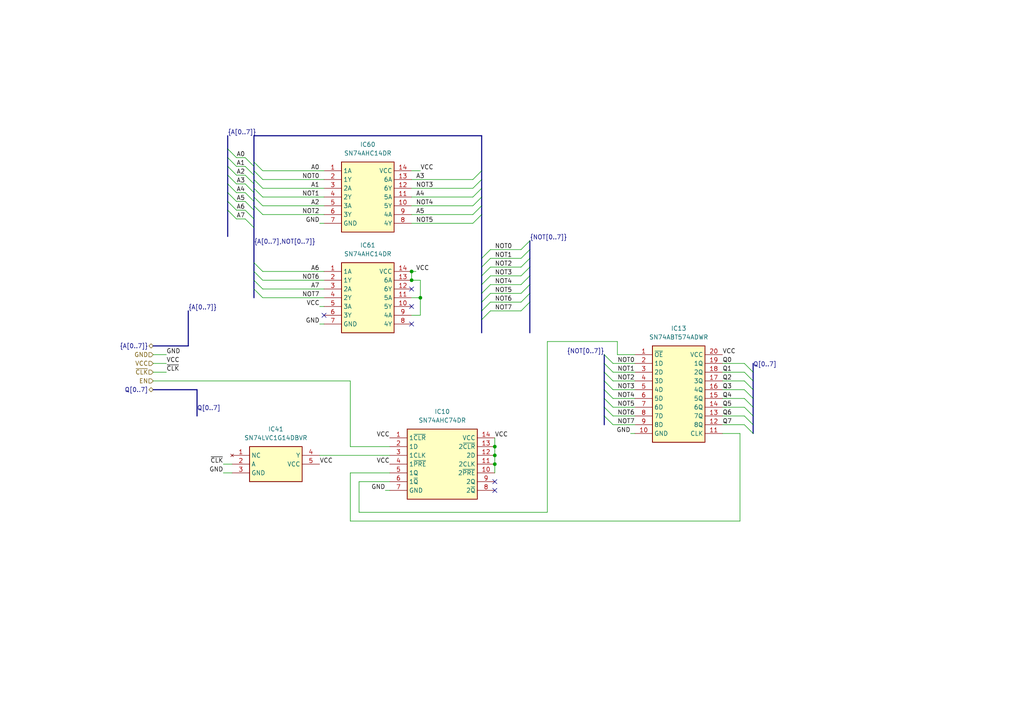
<source format=kicad_sch>
(kicad_sch (version 20250114) (generator "eeschema") (generator_version "9.0")
  (paper "A4")
  (lib_symbols
    (symbol "Samacsys:SN74ABT574ADWR"
      (property "Reference" "IC" (at 21.59 7.62 0))
      (property "Value" "SN74ABT574ADWR" (at 21.59 5.08 0))
      (symbol "SN74ABT574ADWR_1_1"
        (rectangle (start 5.08 2.54) (end 20.32 -25.4) (stroke (width 0.254)) (fill (type background)))
        (pin passive line (at 0 0 0) (length 5.08) (name "~{OE}") (number "1"))
        (pin passive line (at 0 -2.54 0) (length 5.08) (name "1D") (number "2"))
        (pin passive line (at 0 -5.08 0) (length 5.08) (name "2D") (number "3"))
        (pin passive line (at 0 -7.62 0) (length 5.08) (name "3D") (number "4"))
        (pin passive line (at 0 -10.16 0) (length 5.08) (name "4D") (number "5"))
        (pin passive line (at 0 -12.7 0) (length 5.08) (name "5D") (number "6"))
        (pin passive line (at 0 -15.24 0) (length 5.08) (name "6D") (number "7"))
        (pin passive line (at 0 -17.78 0) (length 5.08) (name "7D") (number "8"))
        (pin passive line (at 0 -20.32 0) (length 5.08) (name "8D") (number "9"))
        (pin passive line (at 0 -22.86 0) (length 5.08) (name "GND") (number "10"))
        (pin passive line (at 25.4 0 180) (length 5.08) (name "VCC") (number "20"))
        (pin passive line (at 25.4 -2.54 180) (length 5.08) (name "1Q") (number "19"))
        (pin passive line (at 25.4 -5.08 180) (length 5.08) (name "2Q") (number "18"))
        (pin passive line (at 25.4 -7.62 180) (length 5.08) (name "3Q") (number "17"))
        (pin passive line (at 25.4 -10.16 180) (length 5.08) (name "4Q") (number "16"))
        (pin passive line (at 25.4 -12.7 180) (length 5.08) (name "5Q") (number "15"))
        (pin passive line (at 25.4 -15.24 180) (length 5.08) (name "6Q") (number "14"))
        (pin passive line (at 25.4 -17.78 180) (length 5.08) (name "7Q") (number "13"))
        (pin passive line (at 25.4 -20.32 180) (length 5.08) (name "8Q") (number "12"))
        (pin passive line (at 25.4 -22.86 180) (length 5.08) (name "CLK") (number "11"))
      )
    )
    (symbol "Samacsys:SN74AHC14DR"
      (property "Reference" "IC" (at 21.59 7.62 0))
      (property "Value" "SN74AHC14DR" (at 21.59 5.08 0))
      (symbol "SN74AHC14DR_1_1"
        (rectangle (start 5.08 2.54) (end 20.32 -17.78) (stroke (width 0.254)) (fill (type background)))
        (pin passive line (at 0 0 0) (length 5.08) (name "1A") (number "1"))
        (pin passive line (at 0 -2.54 0) (length 5.08) (name "1Y") (number "2"))
        (pin passive line (at 0 -5.08 0) (length 5.08) (name "2A") (number "3"))
        (pin passive line (at 0 -7.62 0) (length 5.08) (name "2Y") (number "4"))
        (pin passive line (at 0 -10.16 0) (length 5.08) (name "3A") (number "5"))
        (pin passive line (at 0 -12.7 0) (length 5.08) (name "3Y") (number "6"))
        (pin passive line (at 0 -15.24 0) (length 5.08) (name "GND") (number "7"))
        (pin passive line (at 25.4 0 180) (length 5.08) (name "VCC") (number "14"))
        (pin passive line (at 25.4 -2.54 180) (length 5.08) (name "6A") (number "13"))
        (pin passive line (at 25.4 -5.08 180) (length 5.08) (name "6Y") (number "12"))
        (pin passive line (at 25.4 -7.62 180) (length 5.08) (name "5A") (number "11"))
        (pin passive line (at 25.4 -10.16 180) (length 5.08) (name "5Y") (number "10"))
        (pin passive line (at 25.4 -12.7 180) (length 5.08) (name "4A") (number "9"))
        (pin passive line (at 25.4 -15.24 180) (length 5.08) (name "4Y") (number "8"))
      )
    )
    (symbol "Samacsys:SN74AHC74DR"
      (property "Reference" "IC" (at 26.67 7.62 0))
      (property "Value" "SN74AHC74DR" (at 26.67 5.08 0))
      (symbol "SN74AHC74DR_1_1"
        (rectangle (start 5.08 2.54) (end 25.4 -17.78) (stroke (width 0.254)) (fill (type background)))
        (pin passive line (at 0 0 0) (length 5.08) (name "1~{CLR}") (number "1"))
        (pin passive line (at 0 -2.54 0) (length 5.08) (name "1D") (number "2"))
        (pin passive line (at 0 -5.08 0) (length 5.08) (name "1CLK") (number "3"))
        (pin passive line (at 0 -7.62 0) (length 5.08) (name "1~{PRE}") (number "4"))
        (pin passive line (at 0 -10.16 0) (length 5.08) (name "1Q") (number "5"))
        (pin passive line (at 0 -12.7 0) (length 5.08) (name "1~{Q}") (number "6"))
        (pin passive line (at 0 -15.24 0) (length 5.08) (name "GND") (number "7"))
        (pin passive line (at 30.48 0 180) (length 5.08) (name "VCC") (number "14"))
        (pin passive line (at 30.48 -2.54 180) (length 5.08) (name "2~{CLR}") (number "13"))
        (pin passive line (at 30.48 -5.08 180) (length 5.08) (name "2D") (number "12"))
        (pin passive line (at 30.48 -7.62 180) (length 5.08) (name "2CLK") (number "11"))
        (pin passive line (at 30.48 -10.16 180) (length 5.08) (name "2~{PRE}") (number "10"))
        (pin passive line (at 30.48 -12.7 180) (length 5.08) (name "2Q") (number "9"))
        (pin passive line (at 30.48 -15.24 180) (length 5.08) (name "2~{Q}") (number "8"))
      )
    )
    (symbol "Samacsys:SN74LVC1G14DBVR"
      (property "Reference" "IC" (at 21.59 7.62 0))
      (property "Value" "SN74LVC1G14DBVR" (at 21.59 5.08 0))
      (symbol "SN74LVC1G14DBVR_1_1"
        (rectangle (start 5.08 2.54) (end 20.32 -7.62) (stroke (width 0.254)) (fill (type background)))
        (pin no_connect line (at 0 0 0) (length 5.08) (name "NC") (number "1"))
        (pin passive line (at 0 -2.54 0) (length 5.08) (name "A") (number "2"))
        (pin passive line (at 0 -5.08 0) (length 5.08) (name "GND") (number "3"))
        (pin passive line (at 25.4 0 180) (length 5.08) (name "Y") (number "4"))
        (pin passive line (at 25.4 -2.54 180) (length 5.08) (name "VCC") (number "5"))
      )
    )
  )
  (junction (at 121.92 86.36))
  (junction (at 119.38 78.74))
  (junction (at 119.38 81.28))
  (junction (at 143.51 134.62))
  (junction (at 143.51 129.54))
  (junction (at 143.51 132.08))
  (no_connect (at 93.98 91.44))
  (no_connect (at 119.38 93.98))
  (no_connect (at 119.38 83.82))
  (no_connect (at 143.51 139.7))
  (no_connect (at 119.38 88.9))
  (no_connect (at 143.51 142.24))
  (bus_entry (at 175.26 118.11) (size 2.54 2.54))
  (bus_entry (at 66.04 45.72) (size 2.54 2.54))
  (bus_entry (at 139.7 57.15) (size -2.54 2.54))
  (bus_entry (at 71.12 45.72) (size 2.54 2.54))
  (bus_entry (at 175.26 113.03) (size 2.54 2.54))
  (bus_entry (at 151.13 85.09) (size 2.54 -2.54))
  (bus_entry (at 66.04 53.34) (size 2.54 2.54))
  (bus_entry (at 177.8 110.49) (size -2.54 -2.54))
  (bus_entry (at 66.04 58.42) (size 2.54 2.54))
  (bus_entry (at 139.7 82.55) (size 2.54 -2.54))
  (bus_entry (at 139.7 49.53) (size -2.54 2.54))
  (bus_entry (at 177.8 113.03) (size -2.54 -2.54))
  (bus_entry (at 66.04 60.96) (size 2.54 2.54))
  (bus_entry (at 215.9 120.65) (size 2.54 2.54))
  (bus_entry (at 215.9 123.19) (size 2.54 2.54))
  (bus_entry (at 73.66 54.61) (size 2.54 2.54))
  (bus_entry (at 73.66 46.99) (size 2.54 2.54))
  (bus_entry (at 73.66 52.07) (size 2.54 2.54))
  (bus_entry (at 151.13 74.93) (size 2.54 -2.54))
  (bus_entry (at 151.13 77.47) (size 2.54 -2.54))
  (bus_entry (at 151.13 72.39) (size 2.54 -2.54))
  (bus_entry (at 71.12 53.34) (size 2.54 2.54))
  (bus_entry (at 215.9 115.57) (size 2.54 2.54))
  (bus_entry (at 139.7 90.17) (size 2.54 -2.54))
  (bus_entry (at 66.04 43.18) (size 2.54 2.54))
  (bus_entry (at 73.66 76.2) (size 2.54 2.54))
  (bus_entry (at 175.26 120.65) (size 2.54 2.54))
  (bus_entry (at 71.12 50.8) (size 2.54 2.54))
  (bus_entry (at 71.12 63.5) (size 2.54 2.54))
  (bus_entry (at 177.8 107.95) (size -2.54 -2.54))
  (bus_entry (at 151.13 87.63) (size 2.54 -2.54))
  (bus_entry (at 151.13 80.01) (size 2.54 -2.54))
  (bus_entry (at 73.66 59.69) (size 2.54 2.54))
  (bus_entry (at 151.13 82.55) (size 2.54 -2.54))
  (bus_entry (at 218.44 113.03) (size -2.54 -2.54))
  (bus_entry (at 73.66 78.74) (size 2.54 2.54))
  (bus_entry (at 73.66 81.28) (size 2.54 2.54))
  (bus_entry (at 66.04 50.8) (size 2.54 2.54))
  (bus_entry (at 218.44 107.95) (size -2.54 -2.54))
  (bus_entry (at 71.12 55.88) (size 2.54 2.54))
  (bus_entry (at 139.7 87.63) (size 2.54 -2.54))
  (bus_entry (at 139.7 54.61) (size -2.54 2.54))
  (bus_entry (at 175.26 115.57) (size 2.54 2.54))
  (bus_entry (at 73.66 57.15) (size 2.54 2.54))
  (bus_entry (at 66.04 55.88) (size 2.54 2.54))
  (bus_entry (at 139.7 62.23) (size -2.54 2.54))
  (bus_entry (at 151.13 90.17) (size 2.54 -2.54))
  (bus_entry (at 139.7 74.93) (size 2.54 -2.54))
  (bus_entry (at 215.9 118.11) (size 2.54 2.54))
  (bus_entry (at 71.12 48.26) (size 2.54 2.54))
  (bus_entry (at 73.66 83.82) (size 2.54 2.54))
  (bus_entry (at 139.7 59.69) (size -2.54 2.54))
  (bus_entry (at 139.7 92.71) (size 2.54 -2.54))
  (bus_entry (at 139.7 85.09) (size 2.54 -2.54))
  (bus_entry (at 218.44 115.57) (size -2.54 -2.54))
  (bus_entry (at 218.44 110.49) (size -2.54 -2.54))
  (bus_entry (at 71.12 58.42) (size 2.54 2.54))
  (bus_entry (at 71.12 60.96) (size 2.54 2.54))
  (bus_entry (at 177.8 105.41) (size -2.54 -2.54))
  (bus_entry (at 73.66 49.53) (size 2.54 2.54))
  (bus_entry (at 66.04 48.26) (size 2.54 2.54))
  (bus_entry (at 139.7 80.01) (size 2.54 -2.54))
  (bus_entry (at 139.7 52.07) (size -2.54 2.54))
  (bus_entry (at 139.7 77.47) (size 2.54 -2.54))
  (bus (pts (xy 139.7 39.37) (xy 73.66 39.37)))
  (wire (pts (xy 184.15 107.95) (xy 177.8 107.95)))
  (wire (pts (xy 121.92 81.28) (xy 119.38 81.28)))
  (wire (pts (xy 119.38 52.07) (xy 137.16 52.07)))
  (bus (pts (xy 73.66 83.82) (xy 73.66 86.36)))
  (wire (pts (xy 143.51 132.08) (xy 143.51 134.62)))
  (wire (pts (xy 182.88 125.73) (xy 184.15 125.73)))
  (bus (pts (xy 73.66 52.07) (xy 73.66 53.34)))
  (wire (pts (xy 184.15 118.11) (xy 177.8 118.11)))
  (wire (pts (xy 209.55 120.65) (xy 215.9 120.65)))
  (wire (pts (xy 92.71 88.9) (xy 93.98 88.9)))
  (wire (pts (xy 111.76 142.24) (xy 113.03 142.24)))
  (wire (pts (xy 142.24 87.63) (xy 151.13 87.63)))
  (bus (pts (xy 175.26 110.49) (xy 175.26 113.03)))
  (bus (pts (xy 218.44 113.03) (xy 218.44 115.57)))
  (wire (pts (xy 119.38 57.15) (xy 137.16 57.15)))
  (bus (pts (xy 175.26 120.65) (xy 175.26 123.19)))
  (bus (pts (xy 175.26 107.95) (xy 175.26 110.49)))
  (wire (pts (xy 68.58 63.5) (xy 71.12 63.5)))
  (bus (pts (xy 66.04 60.96) (xy 66.04 68.58)))
  (bus (pts (xy 139.7 62.23) (xy 139.7 74.93)))
  (bus (pts (xy 139.7 90.17) (xy 139.7 92.71)))
  (wire (pts (xy 119.38 78.74) (xy 119.38 81.28)))
  (bus (pts (xy 66.04 53.34) (xy 66.04 55.88)))
  (bus (pts (xy 73.66 63.5) (xy 73.66 66.04)))
  (wire (pts (xy 76.2 59.69) (xy 93.98 59.69)))
  (bus (pts (xy 73.66 60.96) (xy 73.66 63.5)))
  (bus (pts (xy 175.26 118.11) (xy 175.26 120.65)))
  (bus (pts (xy 139.7 49.53) (xy 139.7 52.07)))
  (wire (pts (xy 214.63 125.73) (xy 209.55 125.73)))
  (wire (pts (xy 121.92 86.36) (xy 121.92 81.28)))
  (wire (pts (xy 68.58 53.34) (xy 71.12 53.34)))
  (bus (pts (xy 73.66 76.2) (xy 73.66 78.74)))
  (bus (pts (xy 139.7 57.15) (xy 139.7 59.69)))
  (wire (pts (xy 209.55 118.11) (xy 215.9 118.11)))
  (wire (pts (xy 76.2 81.28) (xy 93.98 81.28)))
  (bus (pts (xy 218.44 118.11) (xy 218.44 120.65)))
  (bus (pts (xy 73.66 53.34) (xy 73.66 54.61)))
  (bus (pts (xy 54.61 100.33) (xy 54.61 90.17)))
  (bus (pts (xy 153.67 77.47) (xy 153.67 80.01)))
  (wire (pts (xy 142.24 82.55) (xy 151.13 82.55)))
  (wire (pts (xy 76.2 62.23) (xy 93.98 62.23)))
  (wire (pts (xy 214.63 151.13) (xy 214.63 125.73)))
  (wire (pts (xy 48.26 105.41) (xy 44.45 105.41)))
  (bus (pts (xy 73.66 55.88) (xy 73.66 57.15)))
  (bus (pts (xy 44.45 113.03) (xy 57.15 113.03)))
  (wire (pts (xy 64.77 137.16) (xy 67.31 137.16)))
  (bus (pts (xy 73.66 81.28) (xy 73.66 83.82)))
  (wire (pts (xy 209.55 110.49) (xy 215.9 110.49)))
  (bus (pts (xy 44.45 100.33) (xy 54.61 100.33)))
  (wire (pts (xy 64.77 134.62) (xy 67.31 134.62)))
  (wire (pts (xy 142.24 85.09) (xy 151.13 85.09)))
  (bus (pts (xy 73.66 50.8) (xy 73.66 52.07)))
  (wire (pts (xy 184.15 105.41) (xy 177.8 105.41)))
  (wire (pts (xy 76.2 49.53) (xy 93.98 49.53)))
  (wire (pts (xy 179.07 99.06) (xy 179.07 102.87)))
  (wire (pts (xy 120.65 78.74) (xy 119.38 78.74)))
  (wire (pts (xy 184.15 115.57) (xy 177.8 115.57)))
  (wire (pts (xy 68.58 60.96) (xy 71.12 60.96)))
  (bus (pts (xy 218.44 110.49) (xy 218.44 113.03)))
  (wire (pts (xy 119.38 54.61) (xy 137.16 54.61)))
  (wire (pts (xy 143.51 134.62) (xy 143.51 137.16)))
  (bus (pts (xy 139.7 80.01) (xy 139.7 82.55)))
  (wire (pts (xy 142.24 90.17) (xy 151.13 90.17)))
  (bus (pts (xy 73.66 66.04) (xy 73.66 76.2)))
  (bus (pts (xy 139.7 52.07) (xy 139.7 54.61)))
  (wire (pts (xy 68.58 45.72) (xy 71.12 45.72)))
  (bus (pts (xy 175.26 102.87) (xy 175.26 105.41)))
  (bus (pts (xy 153.67 72.39) (xy 153.67 74.93)))
  (bus (pts (xy 218.44 105.41) (xy 218.44 107.95)))
  (bus (pts (xy 139.7 54.61) (xy 139.7 57.15)))
  (bus (pts (xy 139.7 39.37) (xy 139.7 49.53)))
  (wire (pts (xy 142.24 77.47) (xy 151.13 77.47)))
  (bus (pts (xy 139.7 85.09) (xy 139.7 87.63)))
  (wire (pts (xy 101.6 110.49) (xy 101.6 129.54)))
  (bus (pts (xy 153.67 87.63) (xy 153.67 96.52)))
  (bus (pts (xy 66.04 39.37) (xy 66.04 43.18)))
  (bus (pts (xy 66.04 58.42) (xy 66.04 60.96)))
  (wire (pts (xy 101.6 129.54) (xy 113.03 129.54)))
  (bus (pts (xy 153.67 74.93) (xy 153.67 77.47)))
  (wire (pts (xy 76.2 57.15) (xy 93.98 57.15)))
  (wire (pts (xy 119.38 62.23) (xy 137.16 62.23)))
  (wire (pts (xy 119.38 86.36) (xy 121.92 86.36)))
  (bus (pts (xy 153.67 82.55) (xy 153.67 85.09)))
  (bus (pts (xy 139.7 92.71) (xy 139.7 96.52)))
  (wire (pts (xy 158.75 99.06) (xy 179.07 99.06)))
  (wire (pts (xy 119.38 49.53) (xy 121.92 49.53)))
  (wire (pts (xy 101.6 110.49) (xy 44.45 110.49)))
  (bus (pts (xy 73.66 78.74) (xy 73.66 81.28)))
  (wire (pts (xy 119.38 64.77) (xy 137.16 64.77)))
  (wire (pts (xy 68.58 58.42) (xy 71.12 58.42)))
  (bus (pts (xy 139.7 82.55) (xy 139.7 85.09)))
  (wire (pts (xy 184.15 120.65) (xy 177.8 120.65)))
  (wire (pts (xy 48.26 107.95) (xy 44.45 107.95)))
  (wire (pts (xy 44.45 102.87) (xy 48.26 102.87)))
  (bus (pts (xy 66.04 55.88) (xy 66.04 58.42)))
  (wire (pts (xy 92.71 93.98) (xy 93.98 93.98)))
  (wire (pts (xy 92.71 132.08) (xy 113.03 132.08)))
  (wire (pts (xy 76.2 52.07) (xy 93.98 52.07)))
  (wire (pts (xy 209.55 123.19) (xy 215.9 123.19)))
  (bus (pts (xy 73.66 59.69) (xy 73.66 60.96)))
  (wire (pts (xy 143.51 129.54) (xy 143.51 132.08)))
  (wire (pts (xy 121.92 91.44) (xy 121.92 86.36)))
  (wire (pts (xy 76.2 78.74) (xy 93.98 78.74)))
  (bus (pts (xy 153.67 85.09) (xy 153.67 87.63)))
  (bus (pts (xy 73.66 39.37) (xy 73.66 46.99)))
  (wire (pts (xy 209.55 105.41) (xy 215.9 105.41)))
  (wire (pts (xy 113.03 139.7) (xy 104.14 139.7)))
  (wire (pts (xy 68.58 55.88) (xy 71.12 55.88)))
  (wire (pts (xy 101.6 137.16) (xy 101.6 151.13)))
  (wire (pts (xy 76.2 54.61) (xy 93.98 54.61)))
  (bus (pts (xy 66.04 50.8) (xy 66.04 53.34)))
  (wire (pts (xy 209.55 113.03) (xy 215.9 113.03)))
  (wire (pts (xy 104.14 139.7) (xy 104.14 148.59)))
  (bus (pts (xy 73.66 46.99) (xy 73.66 48.26)))
  (bus (pts (xy 139.7 87.63) (xy 139.7 90.17)))
  (wire (pts (xy 142.24 72.39) (xy 151.13 72.39)))
  (wire (pts (xy 119.38 59.69) (xy 137.16 59.69)))
  (wire (pts (xy 68.58 48.26) (xy 71.12 48.26)))
  (bus (pts (xy 139.7 77.47) (xy 139.7 80.01)))
  (wire (pts (xy 101.6 151.13) (xy 214.63 151.13)))
  (wire (pts (xy 142.24 74.93) (xy 151.13 74.93)))
  (bus (pts (xy 218.44 120.65) (xy 218.44 123.19)))
  (wire (pts (xy 179.07 102.87) (xy 184.15 102.87)))
  (bus (pts (xy 218.44 115.57) (xy 218.44 118.11)))
  (bus (pts (xy 175.26 115.57) (xy 175.26 118.11)))
  (wire (pts (xy 143.51 127) (xy 143.51 129.54)))
  (wire (pts (xy 68.58 50.8) (xy 71.12 50.8)))
  (bus (pts (xy 175.26 113.03) (xy 175.26 115.57)))
  (bus (pts (xy 73.66 49.53) (xy 73.66 50.8)))
  (bus (pts (xy 57.15 113.03) (xy 57.15 120.65)))
  (wire (pts (xy 76.2 83.82) (xy 93.98 83.82)))
  (bus (pts (xy 66.04 45.72) (xy 66.04 48.26)))
  (bus (pts (xy 66.04 43.18) (xy 66.04 45.72)))
  (bus (pts (xy 153.67 80.01) (xy 153.67 82.55)))
  (bus (pts (xy 66.04 48.26) (xy 66.04 50.8)))
  (wire (pts (xy 209.55 115.57) (xy 215.9 115.57)))
  (bus (pts (xy 73.66 57.15) (xy 73.66 58.42)))
  (bus (pts (xy 73.66 58.42) (xy 73.66 59.69)))
  (bus (pts (xy 218.44 123.19) (xy 218.44 125.73)))
  (bus (pts (xy 139.7 74.93) (xy 139.7 77.47)))
  (wire (pts (xy 184.15 123.19) (xy 177.8 123.19)))
  (wire (pts (xy 92.71 64.77) (xy 93.98 64.77)))
  (wire (pts (xy 184.15 113.03) (xy 177.8 113.03)))
  (wire (pts (xy 113.03 137.16) (xy 101.6 137.16)))
  (bus (pts (xy 218.44 107.95) (xy 218.44 110.49)))
  (bus (pts (xy 153.67 69.85) (xy 153.67 72.39)))
  (bus (pts (xy 139.7 59.69) (xy 139.7 62.23)))
  (wire (pts (xy 209.55 107.95) (xy 215.9 107.95)))
  (wire (pts (xy 158.75 148.59) (xy 158.75 99.06)))
  (wire (pts (xy 104.14 148.59) (xy 158.75 148.59)))
  (wire (pts (xy 76.2 86.36) (xy 93.98 86.36)))
  (wire (pts (xy 142.24 80.01) (xy 151.13 80.01)))
  (bus (pts (xy 73.66 48.26) (xy 73.66 49.53)))
  (bus (pts (xy 175.26 105.41) (xy 175.26 107.95)))
  (bus (pts (xy 73.66 54.61) (xy 73.66 55.88)))
  (wire (pts (xy 119.38 91.44) (xy 121.92 91.44)))
  (wire (pts (xy 184.15 110.49) (xy 177.8 110.49)))
  (label "NOT7" (at 87.63 86.36 0))
  (label "GND" (at 182.88 125.73 180))
  (label "NOT2" (at 179.07 110.49 0))
  (label "NOT1" (at 87.63 57.15 0))
  (label "{NOT[0..7]}" (at 175.26 102.87 180))
  (label "VCC" (at 48.26 105.41 0))
  (label "~{CLK}" (at 64.77 134.62 180))
  (label "Q6" (at 209.55 120.65 0))
  (label "VCC" (at 92.71 134.62 0))
  (label "Q5" (at 209.55 118.11 0))
  (label "{A[0..7]}" (at 66.04 39.37 0))
  (label "NOT3" (at 120.65 54.61 0))
  (label "NOT5" (at 120.65 64.77 0))
  (label "VCC" (at 121.92 49.53 0))
  (label "NOT3" (at 179.07 113.03 0))
  (label "GND" (at 64.77 137.16 180))
  (label "VCC" (at 92.71 88.9 180))
  (label "NOT5" (at 179.07 118.11 0))
  (label "A3" (at 120.65 52.07 0))
  (label "NOT2" (at 87.63 62.23 0))
  (label "A1" (at 68.58 48.26 0))
  (label "Q2" (at 209.55 110.49 0))
  (label "GND" (at 111.76 142.24 180))
  (label "VCC" (at 143.51 127 0))
  (label "NOT6" (at 87.63 81.28 0))
  (label "NOT4" (at 120.65 59.69 0))
  (label "NOT5" (at 143.51 85.09 0))
  (label "{A[0..7],NOT[0..7]}" (at 73.66 71.12 0))
  (label "A4" (at 68.58 55.88 0))
  (label "A0" (at 90.17 49.53 0))
  (label "GND" (at 48.26 102.87 0))
  (label "NOT4" (at 179.07 115.57 0))
  (label "A4" (at 120.65 57.15 0))
  (label "Q[0..7]" (at 218.44 106.68 0))
  (label "Q0" (at 209.55 105.41 0))
  (label "GND" (at 92.71 93.98 180))
  (label "Q7" (at 209.55 123.19 0))
  (label "NOT0" (at 143.51 72.39 0))
  (label "NOT3" (at 143.51 80.01 0))
  (label "A0" (at 68.58 45.72 0))
  (label "NOT0" (at 179.07 105.41 0))
  (label "Q3" (at 209.55 113.03 0))
  (label "NOT1" (at 179.07 107.95 0))
  (label "NOT2" (at 143.51 77.47 0))
  (label "A7" (at 68.58 63.5 0))
  (label "Q4" (at 209.55 115.57 0))
  (label "A5" (at 68.58 58.42 0))
  (label "VCC" (at 209.55 102.87 0))
  (label "NOT7" (at 179.07 123.19 0))
  (label "NOT4" (at 143.51 82.55 0))
  (label "A6" (at 68.58 60.96 0))
  (label "VCC" (at 113.03 127 180))
  (label "NOT6" (at 179.07 120.65 0))
  (label "NOT0" (at 87.63 52.07 0))
  (label "{NOT[0..7]}" (at 153.67 69.85 0))
  (label "GND" (at 92.71 64.77 180))
  (label "NOT7" (at 143.51 90.17 0))
  (label "Q1" (at 209.55 107.95 0))
  (label "A7" (at 90.17 83.82 0))
  (label "Q[0..7]" (at 57.15 119.38 0))
  (label "{A[0..7]}" (at 54.61 90.17 0))
  (label "A6" (at 90.17 78.74 0))
  (label "A2" (at 90.17 59.69 0))
  (label "NOT1" (at 143.51 74.93 0))
  (label "A3" (at 68.58 53.34 0))
  (label "A2" (at 68.58 50.8 0))
  (label "VCC" (at 113.03 134.62 180))
  (label "A1" (at 90.17 54.61 0))
  (label "A5" (at 120.65 62.23 0))
  (label "NOT6" (at 143.51 87.63 0))
  (label "~{CLK}" (at 48.26 107.95 0))
  (label "VCC" (at 120.65 78.74 0))
  (hierarchical_label "Q[0..7]" (shape tri_state) (at 44.45 113.03 180))
  (hierarchical_label "VCC" (shape input) (at 44.45 105.41 180))
  (hierarchical_label "{A[0..7]}" (shape tri_state) (at 44.45 100.33 180))
  (hierarchical_label "EN" (shape input) (at 44.45 110.49 180))
  (hierarchical_label "~{CLK}" (shape input) (at 44.45 107.95 180))
  (hierarchical_label "GND" (shape input) (at 44.45 102.87 180))
  (symbol (lib_id "Samacsys:SN74AHC74DR") (at 113.03 127 0) (unit 1)
    (property "Reference" "IC10" (at 128.27 119.38 0))
    (property "Value" "SN74AHC74DR" (at 128.27 121.92 0))
    (property "Footprint" "Samacsys:SOIC127P600X175-14N" (effects (hide yes)))
    (property "Datasheet" "http://www.ti.com/lit/gpn/sn74ahc74" (effects (hide yes)))
    (property "Description" "Dual Positive-Edge-Triggered D-Type Flip-Flops With Clear and Preset" (effects (hide yes)))
    (property "Height" "1.75" (effects (hide yes)))
    (property "Mouser Part Number" "595-SN74AHC74DR" (effects (hide yes)))
    (property "Mouser Price/Stock" "https://www.mouser.co.uk/ProductDetail/Texas-Instruments/SN74AHC74DR?qs=st7IWvlL5%2FgP9OJq63EsFQ%3D%3D" (effects (hide yes)))
    (property "Manufacturer_Name" "Texas Instruments" (effects (hide yes)))
    (property "Manufacturer_Part_Number" "SN74AHC74DR" (effects (hide yes)))
  )
  (symbol (lib_id "Samacsys:SN74AHC14DR") (at 93.98 78.74 0) (unit 1)
    (property "Reference" "IC61" (at 106.68 71.12 0))
    (property "Value" "SN74AHC14DR" (at 106.68 73.66 0))
    (property "Footprint" "Samacsys:SOIC127P600X175-14N" (effects (hide yes)))
    (property "Datasheet" "http://www.ti.com/lit/gpn/sn74ahc14" (effects (hide yes)))
    (property "Description" "Hex Schmitt-Trigger Inverters" (effects (hide yes)))
    (property "Height" "1.75" (effects (hide yes)))
    (property "Mouser Part Number" "595-SN74AHC14DR" (effects (hide yes)))
    (property "Mouser Price/Stock" "https://www.mouser.co.uk/ProductDetail/Texas-Instruments/SN74AHC14DR?qs=ZA235jQDfbrd%252BwhwnzLskw%3D%3D" (effects (hide yes)))
    (property "Manufacturer_Name" "Texas Instruments" (effects (hide yes)))
    (property "Manufacturer_Part_Number" "SN74AHC14DR" (effects (hide yes)))
  )
  (symbol (lib_id "Samacsys:SN74AHC14DR") (at 93.98 49.53 0) (unit 1)
    (property "Reference" "IC60" (at 106.68 41.91 0))
    (property "Value" "SN74AHC14DR" (at 106.68 44.45 0))
    (property "Footprint" "Samacsys:SOIC127P600X175-14N" (effects (hide yes)))
    (property "Datasheet" "http://www.ti.com/lit/gpn/sn74ahc14" (effects (hide yes)))
    (property "Description" "Hex Schmitt-Trigger Inverters" (effects (hide yes)))
    (property "Height" "1.75" (effects (hide yes)))
    (property "Mouser Part Number" "595-SN74AHC14DR" (effects (hide yes)))
    (property "Mouser Price/Stock" "https://www.mouser.co.uk/ProductDetail/Texas-Instruments/SN74AHC14DR?qs=ZA235jQDfbrd%252BwhwnzLskw%3D%3D" (effects (hide yes)))
    (property "Manufacturer_Name" "Texas Instruments" (effects (hide yes)))
    (property "Manufacturer_Part_Number" "SN74AHC14DR" (effects (hide yes)))
  )
  (symbol (lib_id "Samacsys:SN74LVC1G14DBVR") (at 67.31 132.08 0) (unit 1)
    (property "Reference" "IC41" (at 80.01 124.46 0))
    (property "Value" "SN74LVC1G14DBVR" (at 80.01 127 0))
    (property "Footprint" "Samacsys:SOT95P280X145-5N" (effects (hide yes)))
    (property "Datasheet" "https://datasheet.datasheetarchive.com/originals/distributors/Datasheets-DGA13/1136296.pdf" (effects (hide yes)))
    (property "Description" "TEXAS INSTRUMENTS - SN74LVC1G14DBVR - IC, SCHMITT TRIGGER INVERTER, SMD" (effects (hide yes)))
    (property "Height" "1.45" (effects (hide yes)))
    (property "Mouser Part Number" "595-SN74LVC1G14DBVR" (effects (hide yes)))
    (property "Mouser Price/Stock" "https://www.mouser.co.uk/ProductDetail/Texas-Instruments/SN74LVC1G14DBVR?qs=dT9u2OTAaVWRIgCrQFnxuQ%3D%3D" (effects (hide yes)))
    (property "Manufacturer_Name" "Texas Instruments" (effects (hide yes)))
    (property "Manufacturer_Part_Number" "SN74LVC1G14DBVR" (effects (hide yes)))
  )
  (symbol (lib_id "Samacsys:SN74ABT574ADWR") (at 184.15 102.87 0) (unit 1)
    (property "Reference" "IC13" (at 196.85 95.25 0))
    (property "Value" "SN74ABT574ADWR" (at 196.85 97.79 0))
    (property "Footprint" "Samacsys:SOIC127P1030X265-20N" (effects (hide yes)))
    (property "Datasheet" "http://www.ti.com/lit/gpn/sn74abt574a" (effects (hide yes)))
    (property "Description" "Texas Instruments SN74ABT574ADWR, D Type Bus Interface Flip Flop, 3-State, 4.5  5.5 V, 20-Pin SOIC" (effects (hide yes)))
    (property "Height" "2.65" (effects (hide yes)))
    (property "Mouser Part Number" "595-SN74ABT574ADWR" (effects (hide yes)))
    (property "Mouser Price/Stock" "https://www.mouser.co.uk/ProductDetail/Texas-Instruments/SN74ABT574ADWR?qs=nMmhAzRCgdCWNOUsuPi1DA%3D%3D" (effects (hide yes)))
    (property "Manufacturer_Name" "Texas Instruments" (effects (hide yes)))
    (property "Manufacturer_Part_Number" "SN74ABT574ADWR" (effects (hide yes)))
  )
)
</source>
